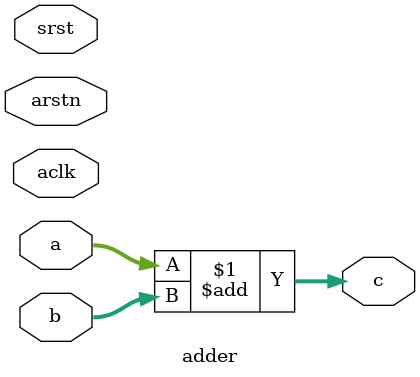
<source format=v>

`timescale 1 ns / 1 ps
`default_nettype none

module adder

    #(
    parameter LATENCY = 0,  
    parameter WIDTH = 32
    )(
    input  wire             aclk,
    input  wire             arstn,
    input  wire             srst,
    input  wire [WIDTH-1:0] a,
    input  wire [WIDTH-1:0] b,
    output wire [WIDTH-1:0] c
    );

    generate begin

        if (LATENCY == 0) begin
            assign c = a + b;
        end
        else begin
            
            reg [WIDTH-1:0] c_reg;

            always @ (posedge aclk or negedge arstn) begin

                if (arstn == 1'b0) begin
                    c_reg <= {WIDTH{1'b0}};
                end
                else if (srst == 1'b1) begin
                    c_reg <= {WIDTH{1'b0}};
                end
                else begin
                    c_reg <= a + b;
                end
            end
            
            assign c = c_reg;

        end

    end
    endgenerate

endmodule

`resetall


</source>
